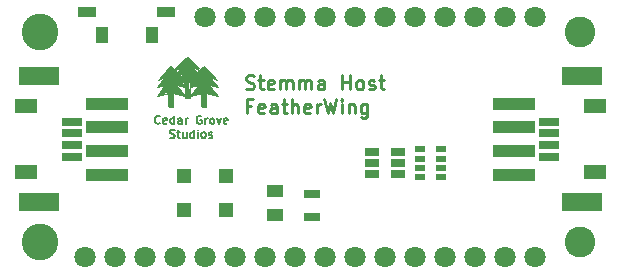
<source format=gts>
G04 #@! TF.GenerationSoftware,KiCad,Pcbnew,(5.0.0-rc2-dev-444-g2974a2c10)*
G04 #@! TF.CreationDate,2019-11-27T17:23:50-08:00*
G04 #@! TF.ProjectId,Stemma_Host_FeatherWing,5374656D6D615F486F73745F46656174,v01*
G04 #@! TF.SameCoordinates,Original*
G04 #@! TF.FileFunction,Soldermask,Top*
G04 #@! TF.FilePolarity,Negative*
%FSLAX46Y46*%
G04 Gerber Fmt 4.6, Leading zero omitted, Abs format (unit mm)*
G04 Created by KiCad (PCBNEW (5.0.0-rc2-dev-444-g2974a2c10)) date 11/27/19 17:23:50*
%MOMM*%
%LPD*%
G01*
G04 APERTURE LIST*
%ADD10C,0.240000*%
%ADD11C,0.150000*%
%ADD12C,0.100000*%
%ADD13R,1.901600X1.301600*%
%ADD14R,1.651600X0.701600*%
%ADD15R,1.351600X1.101600*%
%ADD16C,1.801600*%
%ADD17C,2.601600*%
%ADD18C,3.101600*%
%ADD19R,1.401600X0.801600*%
%ADD20R,0.901600X0.601600*%
%ADD21R,0.901600X0.501600*%
%ADD22R,1.161600X0.751600*%
%ADD23R,3.601600X1.101600*%
%ADD24R,3.501600X1.601600*%
%ADD25R,1.201600X1.201600*%
%ADD26R,1.001600X1.371600*%
%ADD27R,1.551600X0.901600*%
G04 APERTURE END LIST*
D10*
X127384571Y-90965714D02*
X127556000Y-91022857D01*
X127841714Y-91022857D01*
X127956000Y-90965714D01*
X128013142Y-90908571D01*
X128070285Y-90794285D01*
X128070285Y-90680000D01*
X128013142Y-90565714D01*
X127956000Y-90508571D01*
X127841714Y-90451428D01*
X127613142Y-90394285D01*
X127498857Y-90337142D01*
X127441714Y-90280000D01*
X127384571Y-90165714D01*
X127384571Y-90051428D01*
X127441714Y-89937142D01*
X127498857Y-89880000D01*
X127613142Y-89822857D01*
X127898857Y-89822857D01*
X128070285Y-89880000D01*
X128413142Y-90222857D02*
X128870285Y-90222857D01*
X128584571Y-89822857D02*
X128584571Y-90851428D01*
X128641714Y-90965714D01*
X128756000Y-91022857D01*
X128870285Y-91022857D01*
X129727428Y-90965714D02*
X129613142Y-91022857D01*
X129384571Y-91022857D01*
X129270285Y-90965714D01*
X129213142Y-90851428D01*
X129213142Y-90394285D01*
X129270285Y-90280000D01*
X129384571Y-90222857D01*
X129613142Y-90222857D01*
X129727428Y-90280000D01*
X129784571Y-90394285D01*
X129784571Y-90508571D01*
X129213142Y-90622857D01*
X130298857Y-91022857D02*
X130298857Y-90222857D01*
X130298857Y-90337142D02*
X130356000Y-90280000D01*
X130470285Y-90222857D01*
X130641714Y-90222857D01*
X130756000Y-90280000D01*
X130813142Y-90394285D01*
X130813142Y-91022857D01*
X130813142Y-90394285D02*
X130870285Y-90280000D01*
X130984571Y-90222857D01*
X131156000Y-90222857D01*
X131270285Y-90280000D01*
X131327428Y-90394285D01*
X131327428Y-91022857D01*
X131898857Y-91022857D02*
X131898857Y-90222857D01*
X131898857Y-90337142D02*
X131956000Y-90280000D01*
X132070285Y-90222857D01*
X132241714Y-90222857D01*
X132356000Y-90280000D01*
X132413142Y-90394285D01*
X132413142Y-91022857D01*
X132413142Y-90394285D02*
X132470285Y-90280000D01*
X132584571Y-90222857D01*
X132756000Y-90222857D01*
X132870285Y-90280000D01*
X132927428Y-90394285D01*
X132927428Y-91022857D01*
X134013142Y-91022857D02*
X134013142Y-90394285D01*
X133956000Y-90280000D01*
X133841714Y-90222857D01*
X133613142Y-90222857D01*
X133498857Y-90280000D01*
X134013142Y-90965714D02*
X133898857Y-91022857D01*
X133613142Y-91022857D01*
X133498857Y-90965714D01*
X133441714Y-90851428D01*
X133441714Y-90737142D01*
X133498857Y-90622857D01*
X133613142Y-90565714D01*
X133898857Y-90565714D01*
X134013142Y-90508571D01*
X135498857Y-91022857D02*
X135498857Y-89822857D01*
X135498857Y-90394285D02*
X136184571Y-90394285D01*
X136184571Y-91022857D02*
X136184571Y-89822857D01*
X136927428Y-91022857D02*
X136813142Y-90965714D01*
X136756000Y-90908571D01*
X136698857Y-90794285D01*
X136698857Y-90451428D01*
X136756000Y-90337142D01*
X136813142Y-90280000D01*
X136927428Y-90222857D01*
X137098857Y-90222857D01*
X137213142Y-90280000D01*
X137270285Y-90337142D01*
X137327428Y-90451428D01*
X137327428Y-90794285D01*
X137270285Y-90908571D01*
X137213142Y-90965714D01*
X137098857Y-91022857D01*
X136927428Y-91022857D01*
X137784571Y-90965714D02*
X137898857Y-91022857D01*
X138127428Y-91022857D01*
X138241714Y-90965714D01*
X138298857Y-90851428D01*
X138298857Y-90794285D01*
X138241714Y-90680000D01*
X138127428Y-90622857D01*
X137956000Y-90622857D01*
X137841714Y-90565714D01*
X137784571Y-90451428D01*
X137784571Y-90394285D01*
X137841714Y-90280000D01*
X137956000Y-90222857D01*
X138127428Y-90222857D01*
X138241714Y-90280000D01*
X138641714Y-90222857D02*
X139098857Y-90222857D01*
X138813142Y-89822857D02*
X138813142Y-90851428D01*
X138870285Y-90965714D01*
X138984571Y-91022857D01*
X139098857Y-91022857D01*
X127841714Y-92434285D02*
X127441714Y-92434285D01*
X127441714Y-93062857D02*
X127441714Y-91862857D01*
X128013142Y-91862857D01*
X128927428Y-93005714D02*
X128813142Y-93062857D01*
X128584571Y-93062857D01*
X128470285Y-93005714D01*
X128413142Y-92891428D01*
X128413142Y-92434285D01*
X128470285Y-92320000D01*
X128584571Y-92262857D01*
X128813142Y-92262857D01*
X128927428Y-92320000D01*
X128984571Y-92434285D01*
X128984571Y-92548571D01*
X128413142Y-92662857D01*
X130013142Y-93062857D02*
X130013142Y-92434285D01*
X129956000Y-92320000D01*
X129841714Y-92262857D01*
X129613142Y-92262857D01*
X129498857Y-92320000D01*
X130013142Y-93005714D02*
X129898857Y-93062857D01*
X129613142Y-93062857D01*
X129498857Y-93005714D01*
X129441714Y-92891428D01*
X129441714Y-92777142D01*
X129498857Y-92662857D01*
X129613142Y-92605714D01*
X129898857Y-92605714D01*
X130013142Y-92548571D01*
X130413142Y-92262857D02*
X130870285Y-92262857D01*
X130584571Y-91862857D02*
X130584571Y-92891428D01*
X130641714Y-93005714D01*
X130756000Y-93062857D01*
X130870285Y-93062857D01*
X131270285Y-93062857D02*
X131270285Y-91862857D01*
X131784571Y-93062857D02*
X131784571Y-92434285D01*
X131727428Y-92320000D01*
X131613142Y-92262857D01*
X131441714Y-92262857D01*
X131327428Y-92320000D01*
X131270285Y-92377142D01*
X132813142Y-93005714D02*
X132698857Y-93062857D01*
X132470285Y-93062857D01*
X132356000Y-93005714D01*
X132298857Y-92891428D01*
X132298857Y-92434285D01*
X132356000Y-92320000D01*
X132470285Y-92262857D01*
X132698857Y-92262857D01*
X132813142Y-92320000D01*
X132870285Y-92434285D01*
X132870285Y-92548571D01*
X132298857Y-92662857D01*
X133384571Y-93062857D02*
X133384571Y-92262857D01*
X133384571Y-92491428D02*
X133441714Y-92377142D01*
X133498857Y-92320000D01*
X133613142Y-92262857D01*
X133727428Y-92262857D01*
X134013142Y-91862857D02*
X134298857Y-93062857D01*
X134527428Y-92205714D01*
X134756000Y-93062857D01*
X135041714Y-91862857D01*
X135498857Y-93062857D02*
X135498857Y-92262857D01*
X135498857Y-91862857D02*
X135441714Y-91920000D01*
X135498857Y-91977142D01*
X135556000Y-91920000D01*
X135498857Y-91862857D01*
X135498857Y-91977142D01*
X136070285Y-92262857D02*
X136070285Y-93062857D01*
X136070285Y-92377142D02*
X136127428Y-92320000D01*
X136241714Y-92262857D01*
X136413142Y-92262857D01*
X136527428Y-92320000D01*
X136584571Y-92434285D01*
X136584571Y-93062857D01*
X137670285Y-92262857D02*
X137670285Y-93234285D01*
X137613142Y-93348571D01*
X137556000Y-93405714D01*
X137441714Y-93462857D01*
X137270285Y-93462857D01*
X137156000Y-93405714D01*
X137670285Y-93005714D02*
X137556000Y-93062857D01*
X137327428Y-93062857D01*
X137213142Y-93005714D01*
X137156000Y-92948571D01*
X137098857Y-92834285D01*
X137098857Y-92491428D01*
X137156000Y-92377142D01*
X137213142Y-92320000D01*
X137327428Y-92262857D01*
X137556000Y-92262857D01*
X137670285Y-92320000D01*
D11*
X120100000Y-93875000D02*
X120066666Y-93908333D01*
X119966666Y-93941666D01*
X119900000Y-93941666D01*
X119800000Y-93908333D01*
X119733333Y-93841666D01*
X119700000Y-93775000D01*
X119666666Y-93641666D01*
X119666666Y-93541666D01*
X119700000Y-93408333D01*
X119733333Y-93341666D01*
X119800000Y-93275000D01*
X119900000Y-93241666D01*
X119966666Y-93241666D01*
X120066666Y-93275000D01*
X120100000Y-93308333D01*
X120666666Y-93908333D02*
X120600000Y-93941666D01*
X120466666Y-93941666D01*
X120400000Y-93908333D01*
X120366666Y-93841666D01*
X120366666Y-93575000D01*
X120400000Y-93508333D01*
X120466666Y-93475000D01*
X120600000Y-93475000D01*
X120666666Y-93508333D01*
X120700000Y-93575000D01*
X120700000Y-93641666D01*
X120366666Y-93708333D01*
X121300000Y-93941666D02*
X121300000Y-93241666D01*
X121300000Y-93908333D02*
X121233333Y-93941666D01*
X121100000Y-93941666D01*
X121033333Y-93908333D01*
X121000000Y-93875000D01*
X120966666Y-93808333D01*
X120966666Y-93608333D01*
X121000000Y-93541666D01*
X121033333Y-93508333D01*
X121100000Y-93475000D01*
X121233333Y-93475000D01*
X121300000Y-93508333D01*
X121933333Y-93941666D02*
X121933333Y-93575000D01*
X121900000Y-93508333D01*
X121833333Y-93475000D01*
X121700000Y-93475000D01*
X121633333Y-93508333D01*
X121933333Y-93908333D02*
X121866666Y-93941666D01*
X121700000Y-93941666D01*
X121633333Y-93908333D01*
X121600000Y-93841666D01*
X121600000Y-93775000D01*
X121633333Y-93708333D01*
X121700000Y-93675000D01*
X121866666Y-93675000D01*
X121933333Y-93641666D01*
X122266666Y-93941666D02*
X122266666Y-93475000D01*
X122266666Y-93608333D02*
X122300000Y-93541666D01*
X122333333Y-93508333D01*
X122400000Y-93475000D01*
X122466666Y-93475000D01*
X123600000Y-93275000D02*
X123533333Y-93241666D01*
X123433333Y-93241666D01*
X123333333Y-93275000D01*
X123266666Y-93341666D01*
X123233333Y-93408333D01*
X123200000Y-93541666D01*
X123200000Y-93641666D01*
X123233333Y-93775000D01*
X123266666Y-93841666D01*
X123333333Y-93908333D01*
X123433333Y-93941666D01*
X123500000Y-93941666D01*
X123600000Y-93908333D01*
X123633333Y-93875000D01*
X123633333Y-93641666D01*
X123500000Y-93641666D01*
X123933333Y-93941666D02*
X123933333Y-93475000D01*
X123933333Y-93608333D02*
X123966666Y-93541666D01*
X124000000Y-93508333D01*
X124066666Y-93475000D01*
X124133333Y-93475000D01*
X124466666Y-93941666D02*
X124400000Y-93908333D01*
X124366666Y-93875000D01*
X124333333Y-93808333D01*
X124333333Y-93608333D01*
X124366666Y-93541666D01*
X124400000Y-93508333D01*
X124466666Y-93475000D01*
X124566666Y-93475000D01*
X124633333Y-93508333D01*
X124666666Y-93541666D01*
X124700000Y-93608333D01*
X124700000Y-93808333D01*
X124666666Y-93875000D01*
X124633333Y-93908333D01*
X124566666Y-93941666D01*
X124466666Y-93941666D01*
X124933333Y-93475000D02*
X125100000Y-93941666D01*
X125266666Y-93475000D01*
X125800000Y-93908333D02*
X125733333Y-93941666D01*
X125600000Y-93941666D01*
X125533333Y-93908333D01*
X125500000Y-93841666D01*
X125500000Y-93575000D01*
X125533333Y-93508333D01*
X125600000Y-93475000D01*
X125733333Y-93475000D01*
X125800000Y-93508333D01*
X125833333Y-93575000D01*
X125833333Y-93641666D01*
X125500000Y-93708333D01*
X120950000Y-95108333D02*
X121050000Y-95141666D01*
X121216666Y-95141666D01*
X121283333Y-95108333D01*
X121316666Y-95075000D01*
X121350000Y-95008333D01*
X121350000Y-94941666D01*
X121316666Y-94875000D01*
X121283333Y-94841666D01*
X121216666Y-94808333D01*
X121083333Y-94775000D01*
X121016666Y-94741666D01*
X120983333Y-94708333D01*
X120950000Y-94641666D01*
X120950000Y-94575000D01*
X120983333Y-94508333D01*
X121016666Y-94475000D01*
X121083333Y-94441666D01*
X121250000Y-94441666D01*
X121350000Y-94475000D01*
X121550000Y-94675000D02*
X121816666Y-94675000D01*
X121650000Y-94441666D02*
X121650000Y-95041666D01*
X121683333Y-95108333D01*
X121750000Y-95141666D01*
X121816666Y-95141666D01*
X122350000Y-94675000D02*
X122350000Y-95141666D01*
X122050000Y-94675000D02*
X122050000Y-95041666D01*
X122083333Y-95108333D01*
X122150000Y-95141666D01*
X122250000Y-95141666D01*
X122316666Y-95108333D01*
X122350000Y-95075000D01*
X122983333Y-95141666D02*
X122983333Y-94441666D01*
X122983333Y-95108333D02*
X122916666Y-95141666D01*
X122783333Y-95141666D01*
X122716666Y-95108333D01*
X122683333Y-95075000D01*
X122650000Y-95008333D01*
X122650000Y-94808333D01*
X122683333Y-94741666D01*
X122716666Y-94708333D01*
X122783333Y-94675000D01*
X122916666Y-94675000D01*
X122983333Y-94708333D01*
X123316666Y-95141666D02*
X123316666Y-94675000D01*
X123316666Y-94441666D02*
X123283333Y-94475000D01*
X123316666Y-94508333D01*
X123350000Y-94475000D01*
X123316666Y-94441666D01*
X123316666Y-94508333D01*
X123750000Y-95141666D02*
X123683333Y-95108333D01*
X123650000Y-95075000D01*
X123616666Y-95008333D01*
X123616666Y-94808333D01*
X123650000Y-94741666D01*
X123683333Y-94708333D01*
X123750000Y-94675000D01*
X123850000Y-94675000D01*
X123916666Y-94708333D01*
X123950000Y-94741666D01*
X123983333Y-94808333D01*
X123983333Y-95008333D01*
X123950000Y-95075000D01*
X123916666Y-95108333D01*
X123850000Y-95141666D01*
X123750000Y-95141666D01*
X124250000Y-95108333D02*
X124316666Y-95141666D01*
X124450000Y-95141666D01*
X124516666Y-95108333D01*
X124550000Y-95041666D01*
X124550000Y-95008333D01*
X124516666Y-94941666D01*
X124450000Y-94908333D01*
X124350000Y-94908333D01*
X124283333Y-94875000D01*
X124250000Y-94808333D01*
X124250000Y-94775000D01*
X124283333Y-94708333D01*
X124350000Y-94675000D01*
X124450000Y-94675000D01*
X124516666Y-94708333D01*
D12*
X121808000Y-90104000D02*
X121718000Y-90194000D01*
X122058000Y-89774000D02*
X121918000Y-89954000D01*
X121818000Y-89904000D02*
X122058000Y-89774000D01*
X122058000Y-89134000D02*
X121608000Y-89604000D01*
X122918000Y-89944000D02*
X122848000Y-89864000D01*
X122828000Y-89124000D02*
X123418000Y-89354000D01*
X122408000Y-88274000D02*
X121368000Y-89314000D01*
X121398000Y-89384000D02*
X122028000Y-89124000D01*
X123128000Y-90194000D02*
X123058000Y-90114000D01*
X122628000Y-90524000D02*
X122778000Y-90584000D01*
X122078000Y-90594000D02*
X122228000Y-90524000D01*
X123278000Y-89604000D02*
X122828000Y-89124000D01*
X123458000Y-89334000D02*
X122458000Y-88264000D01*
X122228000Y-90524000D02*
X122228000Y-91724000D01*
X122228000Y-91724000D02*
X122628000Y-91724000D01*
X122828000Y-89824000D02*
X122998000Y-89874000D01*
X122628000Y-91724000D02*
X122628000Y-90524000D01*
X121228000Y-91324000D02*
X122228000Y-91624000D01*
X119828000Y-90824000D02*
X120628000Y-90624000D01*
X119828000Y-91624000D02*
X120828000Y-91324000D01*
X120628000Y-90624000D02*
X119828000Y-91624000D01*
X121028000Y-89024000D02*
X119928000Y-90224000D01*
X119928000Y-90224000D02*
X120628000Y-89924000D01*
X120628000Y-89924000D02*
X119828000Y-90824000D01*
X121428000Y-90624000D02*
X122228000Y-90824000D01*
X122228000Y-90824000D02*
X121428000Y-89924000D01*
X122128000Y-90224000D02*
X121028000Y-89024000D01*
X121428000Y-89924000D02*
X122128000Y-90224000D01*
X121228000Y-92524000D02*
X121228000Y-91324000D01*
X120828000Y-92524000D02*
X121228000Y-92524000D01*
X122228000Y-91624000D02*
X121428000Y-90624000D01*
X120828000Y-91324000D02*
X120828000Y-92524000D01*
X122628000Y-91624000D02*
X123628000Y-91324000D01*
X123428000Y-90624000D02*
X122628000Y-91624000D01*
X122628000Y-90824000D02*
X123428000Y-90624000D01*
X123428000Y-89924000D02*
X122628000Y-90824000D01*
X122728000Y-90224000D02*
X123428000Y-89924000D01*
X123828000Y-89024000D02*
X122728000Y-90224000D01*
X124928000Y-90224000D02*
X123828000Y-89024000D01*
X124228000Y-89924000D02*
X124928000Y-90224000D01*
X125028000Y-90824000D02*
X124228000Y-89924000D01*
X124228000Y-90624000D02*
X125028000Y-90824000D01*
X125028000Y-91624000D02*
X124228000Y-90624000D01*
X124028000Y-91324000D02*
X125028000Y-91624000D01*
X124028000Y-92524000D02*
X124028000Y-91324000D01*
X123628000Y-92524000D02*
X124028000Y-92524000D01*
X123628000Y-91324000D02*
X123628000Y-92524000D01*
D11*
G36*
X121018000Y-89144000D02*
X120188000Y-90044000D01*
X120758000Y-89844000D01*
X120008000Y-90714000D01*
X120738000Y-90554000D01*
X119988000Y-91514000D01*
X120907000Y-91186000D01*
X120907000Y-92456000D01*
X121161000Y-92456000D01*
X121161000Y-91186000D01*
X122108000Y-91534000D01*
X121258000Y-90524000D01*
X122068000Y-90724000D01*
X121288000Y-89864000D01*
X121848000Y-90004000D01*
X121018000Y-89144000D01*
G37*
X121018000Y-89144000D02*
X120188000Y-90044000D01*
X120758000Y-89844000D01*
X120008000Y-90714000D01*
X120738000Y-90554000D01*
X119988000Y-91514000D01*
X120907000Y-91186000D01*
X120907000Y-92456000D01*
X121161000Y-92456000D01*
X121161000Y-91186000D01*
X122108000Y-91534000D01*
X121258000Y-90524000D01*
X122068000Y-90724000D01*
X121288000Y-89864000D01*
X121848000Y-90004000D01*
X121018000Y-89144000D01*
G36*
X123828000Y-89114000D02*
X122908000Y-90104000D01*
X123638000Y-89764000D01*
X122768000Y-90744000D01*
X123558000Y-90554000D01*
X122778000Y-91534000D01*
X123698000Y-91254000D01*
X123698000Y-92474000D01*
X123978000Y-92464000D01*
X123978000Y-91244000D01*
X124888000Y-91534000D01*
X124128000Y-90554000D01*
X124918000Y-90754000D01*
X124068000Y-89804000D01*
X124738000Y-90094000D01*
X123828000Y-89114000D01*
G37*
X123828000Y-89114000D02*
X122908000Y-90104000D01*
X123638000Y-89764000D01*
X122768000Y-90744000D01*
X123558000Y-90554000D01*
X122778000Y-91534000D01*
X123698000Y-91254000D01*
X123698000Y-92474000D01*
X123978000Y-92464000D01*
X123978000Y-91244000D01*
X124888000Y-91534000D01*
X124128000Y-90554000D01*
X124918000Y-90754000D01*
X124068000Y-89804000D01*
X124738000Y-90094000D01*
X123828000Y-89114000D01*
G36*
X122418000Y-88344000D02*
X121438000Y-89304000D01*
X122238000Y-88984000D01*
X121418000Y-89924000D01*
X122258000Y-89674000D01*
X121328000Y-90784000D01*
X122328000Y-90344000D01*
X122328000Y-91654000D01*
X122548000Y-91654000D01*
X122508000Y-90354000D01*
X123498000Y-90854000D01*
X122718000Y-89764000D01*
X123488000Y-89934000D01*
X122558000Y-88914000D01*
X123358000Y-89274000D01*
X122418000Y-88344000D01*
G37*
X122418000Y-88344000D02*
X121438000Y-89304000D01*
X122238000Y-88984000D01*
X121418000Y-89924000D01*
X122258000Y-89674000D01*
X121328000Y-90784000D01*
X122328000Y-90344000D01*
X122328000Y-91654000D01*
X122548000Y-91654000D01*
X122508000Y-90354000D01*
X123498000Y-90854000D01*
X122718000Y-89764000D01*
X123488000Y-89934000D01*
X122558000Y-88914000D01*
X123358000Y-89274000D01*
X122418000Y-88344000D01*
D13*
X108762500Y-98050000D03*
X108762500Y-92450000D03*
D14*
X112637500Y-96750000D03*
X112637500Y-95750000D03*
X112637500Y-94750000D03*
X112637500Y-93750000D03*
D13*
X156937500Y-92450000D03*
X156937500Y-98050000D03*
D14*
X153062500Y-93750000D03*
X153062500Y-94750000D03*
X153062500Y-95750000D03*
X153062500Y-96750000D03*
D15*
X129880683Y-99658746D03*
X129880683Y-101658746D03*
D16*
X113715001Y-105206001D03*
X116255001Y-105206001D03*
X118795001Y-105206001D03*
X121335001Y-105206001D03*
X123875001Y-105206001D03*
X126415001Y-105206001D03*
X128955001Y-105206001D03*
X131495001Y-105206001D03*
X134035001Y-105206001D03*
X136575001Y-105206001D03*
X139115001Y-105206001D03*
X141655001Y-105206001D03*
X144195001Y-105206001D03*
X146735001Y-105206001D03*
X149275001Y-105206001D03*
X151815001Y-105206001D03*
X123875001Y-84886001D03*
X126415001Y-84886001D03*
X128955001Y-84886001D03*
X131495001Y-84886001D03*
X134035001Y-84886001D03*
X136575001Y-84886001D03*
X139115001Y-84886001D03*
X141655001Y-84886001D03*
X144195001Y-84886001D03*
X146735001Y-84886001D03*
X149275001Y-84886001D03*
X151815001Y-84886001D03*
D17*
X155625001Y-86156001D03*
X155625001Y-103936001D03*
D18*
X109905001Y-103936001D03*
X109905001Y-86156001D03*
D19*
X132969000Y-99908746D03*
X132969000Y-101808746D03*
D20*
X143902000Y-98482000D03*
D21*
X143902000Y-97682000D03*
D20*
X143902000Y-96082000D03*
D21*
X143902000Y-96882000D03*
D20*
X142102000Y-98482000D03*
D21*
X142102000Y-96882000D03*
X142102000Y-97682000D03*
D20*
X142102000Y-96082000D03*
D22*
X140292000Y-97282000D03*
X140292000Y-96332000D03*
X140292000Y-98232000D03*
X138092000Y-98232000D03*
X138092000Y-97282000D03*
X138092000Y-96332000D03*
D23*
X115625000Y-92250000D03*
X115625000Y-94250000D03*
X115625000Y-96250000D03*
X115625000Y-98250000D03*
D24*
X109875000Y-89900000D03*
X109875000Y-100600000D03*
X155825000Y-89900000D03*
X155825000Y-100600000D03*
D23*
X150075000Y-92250000D03*
X150075000Y-94250000D03*
X150075000Y-96250000D03*
X150075000Y-98250000D03*
D25*
X122100000Y-98400000D03*
X122100000Y-101200000D03*
X125700000Y-101200000D03*
X125700000Y-98400000D03*
D26*
X119400000Y-86400000D03*
X115200000Y-86400000D03*
D27*
X113950000Y-84500000D03*
X120650000Y-84500000D03*
M02*

</source>
